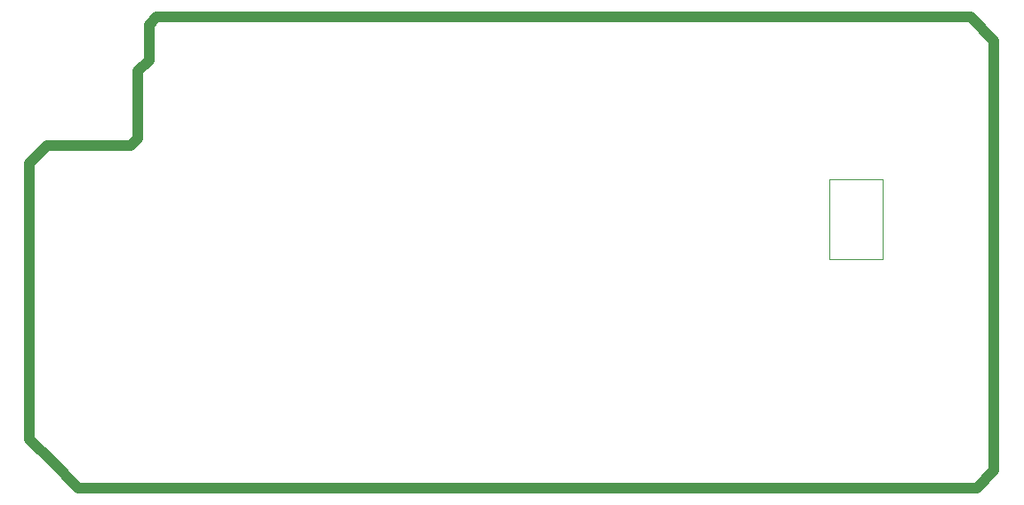
<source format=gm1>
G04*
G04 #@! TF.GenerationSoftware,Altium Limited,Altium Designer,24.9.1 (31)*
G04*
G04 Layer_Color=16711935*
%FSLAX44Y44*%
%MOMM*%
G71*
G04*
G04 #@! TF.SameCoordinates,DA4EDB6E-3878-44D2-BF23-6E32A7E0A26F*
G04*
G04*
G04 #@! TF.FilePolarity,Positive*
G04*
G01*
G75*
%ADD10C,0.1000*%
%ADD176C,1.0000*%
D10*
X640842Y769112D02*
X691642D01*
Y845312D01*
X640842D02*
X691642D01*
X640842Y769112D02*
Y845312D01*
D176*
X-17526Y884682D02*
Y948436D01*
X-24384Y877824D02*
X-17526Y884682D01*
X-104140Y877824D02*
X-24384D01*
X256Y1000000D02*
X775206D01*
X797814Y977392D01*
Y567436D02*
Y977392D01*
X781558Y551180D02*
X797814Y567436D01*
X-74676Y551180D02*
X781558D01*
X-120904Y861060D02*
X-104140Y877824D01*
X-120904Y597408D02*
Y861060D01*
X-99291Y575795D02*
X-74676Y551180D01*
X-120904Y597408D02*
X-99291Y575795D01*
X-17526Y948436D02*
X-7112Y958850D01*
X-7112Y992632D02*
X256Y1000000D01*
X-7112Y992378D02*
Y992632D01*
X-7112Y958850D02*
Y992378D01*
M02*

</source>
